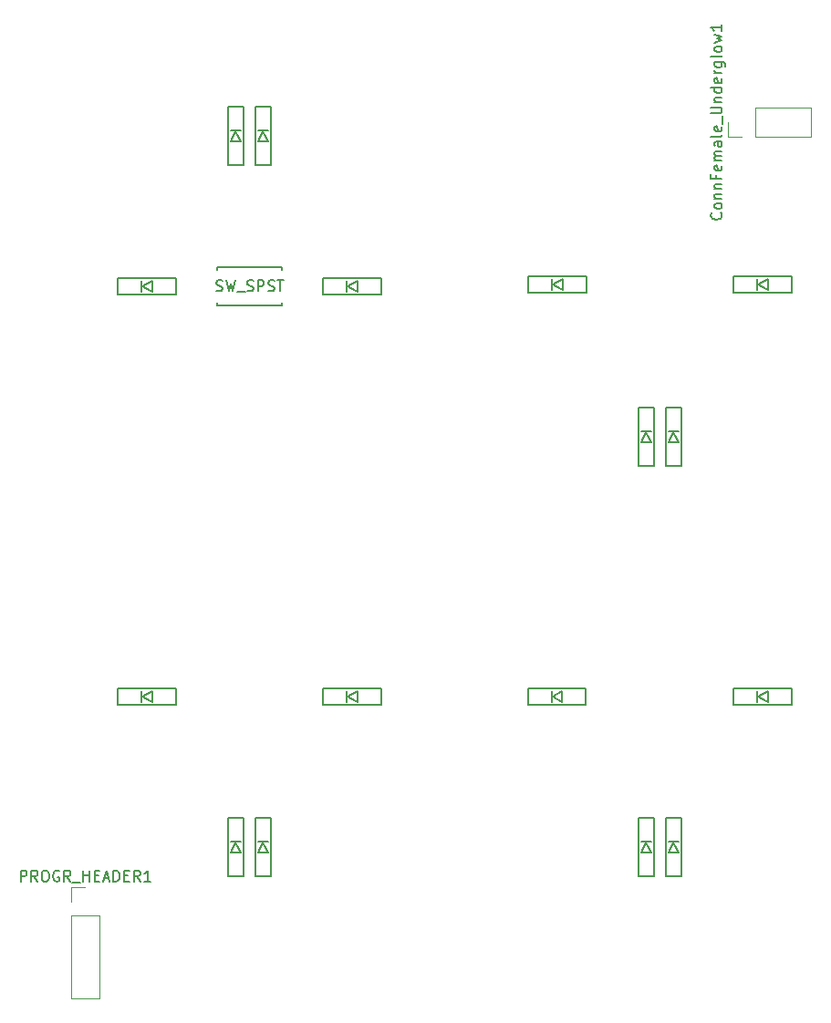
<source format=gbr>
G04 #@! TF.GenerationSoftware,KiCad,Pcbnew,(5.1.2)-2*
G04 #@! TF.CreationDate,2020-01-01T19:17:51+08:00*
G04 #@! TF.ProjectId,redox-receiver,7265646f-782d-4726-9563-65697665722e,rev?*
G04 #@! TF.SameCoordinates,Original*
G04 #@! TF.FileFunction,Legend,Top*
G04 #@! TF.FilePolarity,Positive*
%FSLAX46Y46*%
G04 Gerber Fmt 4.6, Leading zero omitted, Abs format (unit mm)*
G04 Created by KiCad (PCBNEW (5.1.2)-2) date 2020-01-01 19:17:51*
%MOMM*%
%LPD*%
G04 APERTURE LIST*
%ADD10C,0.150000*%
%ADD11C,0.120000*%
G04 APERTURE END LIST*
D10*
X98250000Y-76990000D02*
X92250000Y-76990000D01*
X92250000Y-76990000D02*
X92250000Y-77240000D01*
X98250000Y-76990000D02*
X98250000Y-77240000D01*
X98250000Y-80490000D02*
X98250000Y-80240000D01*
X98250000Y-80490000D02*
X92250000Y-80490000D01*
X92250000Y-80490000D02*
X92250000Y-80240000D01*
D11*
X139640000Y-64830000D02*
X139640000Y-63500000D01*
X140970000Y-64830000D02*
X139640000Y-64830000D01*
X142240000Y-64830000D02*
X142240000Y-62170000D01*
X142240000Y-62170000D02*
X147380000Y-62170000D01*
X142240000Y-64830000D02*
X147380000Y-64830000D01*
X147380000Y-64830000D02*
X147380000Y-62170000D01*
X78680000Y-134560000D02*
X80010000Y-134560000D01*
X78680000Y-135890000D02*
X78680000Y-134560000D01*
X78680000Y-137160000D02*
X81340000Y-137160000D01*
X81340000Y-137160000D02*
X81340000Y-144840000D01*
X78680000Y-137160000D02*
X78680000Y-144840000D01*
X78680000Y-144840000D02*
X81340000Y-144840000D01*
D10*
X133870000Y-128110000D02*
X133870000Y-133510000D01*
X135370000Y-133510000D02*
X135370000Y-128110000D01*
X135370000Y-128110000D02*
X133870000Y-128110000D01*
X135370000Y-133510000D02*
X133870000Y-133510000D01*
X135120000Y-131310000D02*
X134120000Y-131310000D01*
X134120000Y-131310000D02*
X134620000Y-130410000D01*
X134620000Y-130410000D02*
X135120000Y-131310000D01*
X135120000Y-130310000D02*
X134120000Y-130310000D01*
X131330000Y-128110000D02*
X131330000Y-133510000D01*
X132830000Y-133510000D02*
X132830000Y-128110000D01*
X132830000Y-128110000D02*
X131330000Y-128110000D01*
X132830000Y-133510000D02*
X131330000Y-133510000D01*
X132580000Y-131310000D02*
X131580000Y-131310000D01*
X131580000Y-131310000D02*
X132080000Y-130410000D01*
X132080000Y-130410000D02*
X132580000Y-131310000D01*
X132580000Y-130310000D02*
X131580000Y-130310000D01*
X95770000Y-128110000D02*
X95770000Y-133510000D01*
X97270000Y-133510000D02*
X97270000Y-128110000D01*
X97270000Y-128110000D02*
X95770000Y-128110000D01*
X97270000Y-133510000D02*
X95770000Y-133510000D01*
X97020000Y-131310000D02*
X96020000Y-131310000D01*
X96020000Y-131310000D02*
X96520000Y-130410000D01*
X96520000Y-130410000D02*
X97020000Y-131310000D01*
X97020000Y-130310000D02*
X96020000Y-130310000D01*
X93230000Y-128110000D02*
X93230000Y-133510000D01*
X94730000Y-133510000D02*
X94730000Y-128110000D01*
X94730000Y-128110000D02*
X93230000Y-128110000D01*
X94730000Y-133510000D02*
X93230000Y-133510000D01*
X94480000Y-131310000D02*
X93480000Y-131310000D01*
X93480000Y-131310000D02*
X93980000Y-130410000D01*
X93980000Y-130410000D02*
X94480000Y-131310000D01*
X94480000Y-130310000D02*
X93480000Y-130310000D01*
X140175000Y-117590000D02*
X145575000Y-117590000D01*
X145575000Y-116090000D02*
X140175000Y-116090000D01*
X140175000Y-116090000D02*
X140175000Y-117590000D01*
X145575000Y-116090000D02*
X145575000Y-117590000D01*
X143375000Y-116340000D02*
X143375000Y-117340000D01*
X143375000Y-117340000D02*
X142475000Y-116840000D01*
X142475000Y-116840000D02*
X143375000Y-116340000D01*
X142375000Y-116340000D02*
X142375000Y-117340000D01*
X121092000Y-117590000D02*
X126492000Y-117590000D01*
X126492000Y-116090000D02*
X121092000Y-116090000D01*
X121092000Y-116090000D02*
X121092000Y-117590000D01*
X126492000Y-116090000D02*
X126492000Y-117590000D01*
X124292000Y-116340000D02*
X124292000Y-117340000D01*
X124292000Y-117340000D02*
X123392000Y-116840000D01*
X123392000Y-116840000D02*
X124292000Y-116340000D01*
X123292000Y-116340000D02*
X123292000Y-117340000D01*
X102075000Y-117590000D02*
X107475000Y-117590000D01*
X107475000Y-116090000D02*
X102075000Y-116090000D01*
X102075000Y-116090000D02*
X102075000Y-117590000D01*
X107475000Y-116090000D02*
X107475000Y-117590000D01*
X105275000Y-116340000D02*
X105275000Y-117340000D01*
X105275000Y-117340000D02*
X104375000Y-116840000D01*
X104375000Y-116840000D02*
X105275000Y-116340000D01*
X104275000Y-116340000D02*
X104275000Y-117340000D01*
X83025000Y-117590000D02*
X88425000Y-117590000D01*
X88425000Y-116090000D02*
X83025000Y-116090000D01*
X83025000Y-116090000D02*
X83025000Y-117590000D01*
X88425000Y-116090000D02*
X88425000Y-117590000D01*
X86225000Y-116340000D02*
X86225000Y-117340000D01*
X86225000Y-117340000D02*
X85325000Y-116840000D01*
X85325000Y-116840000D02*
X86225000Y-116340000D01*
X85225000Y-116340000D02*
X85225000Y-117340000D01*
X133870000Y-90010000D02*
X133870000Y-95410000D01*
X135370000Y-95410000D02*
X135370000Y-90010000D01*
X135370000Y-90010000D02*
X133870000Y-90010000D01*
X135370000Y-95410000D02*
X133870000Y-95410000D01*
X135120000Y-93210000D02*
X134120000Y-93210000D01*
X134120000Y-93210000D02*
X134620000Y-92310000D01*
X134620000Y-92310000D02*
X135120000Y-93210000D01*
X135120000Y-92210000D02*
X134120000Y-92210000D01*
X131330000Y-90010000D02*
X131330000Y-95410000D01*
X132830000Y-95410000D02*
X132830000Y-90010000D01*
X132830000Y-90010000D02*
X131330000Y-90010000D01*
X132830000Y-95410000D02*
X131330000Y-95410000D01*
X132580000Y-93210000D02*
X131580000Y-93210000D01*
X131580000Y-93210000D02*
X132080000Y-92310000D01*
X132080000Y-92310000D02*
X132580000Y-93210000D01*
X132580000Y-92210000D02*
X131580000Y-92210000D01*
X102075000Y-79490000D02*
X107475000Y-79490000D01*
X107475000Y-77990000D02*
X102075000Y-77990000D01*
X102075000Y-77990000D02*
X102075000Y-79490000D01*
X107475000Y-77990000D02*
X107475000Y-79490000D01*
X105275000Y-78240000D02*
X105275000Y-79240000D01*
X105275000Y-79240000D02*
X104375000Y-78740000D01*
X104375000Y-78740000D02*
X105275000Y-78240000D01*
X104275000Y-78240000D02*
X104275000Y-79240000D01*
X83025000Y-79490000D02*
X88425000Y-79490000D01*
X88425000Y-77990000D02*
X83025000Y-77990000D01*
X83025000Y-77990000D02*
X83025000Y-79490000D01*
X88425000Y-77990000D02*
X88425000Y-79490000D01*
X86225000Y-78240000D02*
X86225000Y-79240000D01*
X86225000Y-79240000D02*
X85325000Y-78740000D01*
X85325000Y-78740000D02*
X86225000Y-78240000D01*
X85225000Y-78240000D02*
X85225000Y-79240000D01*
X140175000Y-79331200D02*
X145575000Y-79331200D01*
X145575000Y-77831200D02*
X140175000Y-77831200D01*
X140175000Y-77831200D02*
X140175000Y-79331200D01*
X145575000Y-77831200D02*
X145575000Y-79331200D01*
X143375000Y-78081200D02*
X143375000Y-79081200D01*
X143375000Y-79081200D02*
X142475000Y-78581200D01*
X142475000Y-78581200D02*
X143375000Y-78081200D01*
X142375000Y-78081200D02*
X142375000Y-79081200D01*
X121125000Y-79331200D02*
X126525000Y-79331200D01*
X126525000Y-77831200D02*
X121125000Y-77831200D01*
X121125000Y-77831200D02*
X121125000Y-79331200D01*
X126525000Y-77831200D02*
X126525000Y-79331200D01*
X124325000Y-78081200D02*
X124325000Y-79081200D01*
X124325000Y-79081200D02*
X123425000Y-78581200D01*
X123425000Y-78581200D02*
X124325000Y-78081200D01*
X123325000Y-78081200D02*
X123325000Y-79081200D01*
X95770000Y-62070000D02*
X95770000Y-67470000D01*
X97270000Y-67470000D02*
X97270000Y-62070000D01*
X97270000Y-62070000D02*
X95770000Y-62070000D01*
X97270000Y-67470000D02*
X95770000Y-67470000D01*
X97020000Y-65270000D02*
X96020000Y-65270000D01*
X96020000Y-65270000D02*
X96520000Y-64370000D01*
X96520000Y-64370000D02*
X97020000Y-65270000D01*
X97020000Y-64270000D02*
X96020000Y-64270000D01*
X93230000Y-62070000D02*
X93230000Y-67470000D01*
X94730000Y-67470000D02*
X94730000Y-62070000D01*
X94730000Y-62070000D02*
X93230000Y-62070000D01*
X94730000Y-67470000D02*
X93230000Y-67470000D01*
X94480000Y-65270000D02*
X93480000Y-65270000D01*
X93480000Y-65270000D02*
X93980000Y-64370000D01*
X93980000Y-64370000D02*
X94480000Y-65270000D01*
X94480000Y-64270000D02*
X93480000Y-64270000D01*
X92178571Y-79144761D02*
X92321428Y-79192380D01*
X92559523Y-79192380D01*
X92654761Y-79144761D01*
X92702380Y-79097142D01*
X92750000Y-79001904D01*
X92750000Y-78906666D01*
X92702380Y-78811428D01*
X92654761Y-78763809D01*
X92559523Y-78716190D01*
X92369047Y-78668571D01*
X92273809Y-78620952D01*
X92226190Y-78573333D01*
X92178571Y-78478095D01*
X92178571Y-78382857D01*
X92226190Y-78287619D01*
X92273809Y-78240000D01*
X92369047Y-78192380D01*
X92607142Y-78192380D01*
X92750000Y-78240000D01*
X93083333Y-78192380D02*
X93321428Y-79192380D01*
X93511904Y-78478095D01*
X93702380Y-79192380D01*
X93940476Y-78192380D01*
X94083333Y-79287619D02*
X94845238Y-79287619D01*
X95035714Y-79144761D02*
X95178571Y-79192380D01*
X95416666Y-79192380D01*
X95511904Y-79144761D01*
X95559523Y-79097142D01*
X95607142Y-79001904D01*
X95607142Y-78906666D01*
X95559523Y-78811428D01*
X95511904Y-78763809D01*
X95416666Y-78716190D01*
X95226190Y-78668571D01*
X95130952Y-78620952D01*
X95083333Y-78573333D01*
X95035714Y-78478095D01*
X95035714Y-78382857D01*
X95083333Y-78287619D01*
X95130952Y-78240000D01*
X95226190Y-78192380D01*
X95464285Y-78192380D01*
X95607142Y-78240000D01*
X96035714Y-79192380D02*
X96035714Y-78192380D01*
X96416666Y-78192380D01*
X96511904Y-78240000D01*
X96559523Y-78287619D01*
X96607142Y-78382857D01*
X96607142Y-78525714D01*
X96559523Y-78620952D01*
X96511904Y-78668571D01*
X96416666Y-78716190D01*
X96035714Y-78716190D01*
X96988095Y-79144761D02*
X97130952Y-79192380D01*
X97369047Y-79192380D01*
X97464285Y-79144761D01*
X97511904Y-79097142D01*
X97559523Y-79001904D01*
X97559523Y-78906666D01*
X97511904Y-78811428D01*
X97464285Y-78763809D01*
X97369047Y-78716190D01*
X97178571Y-78668571D01*
X97083333Y-78620952D01*
X97035714Y-78573333D01*
X96988095Y-78478095D01*
X96988095Y-78382857D01*
X97035714Y-78287619D01*
X97083333Y-78240000D01*
X97178571Y-78192380D01*
X97416666Y-78192380D01*
X97559523Y-78240000D01*
X97845238Y-78192380D02*
X98416666Y-78192380D01*
X98130952Y-79192380D02*
X98130952Y-78192380D01*
X138997142Y-71928571D02*
X139044761Y-71976190D01*
X139092380Y-72119047D01*
X139092380Y-72214285D01*
X139044761Y-72357142D01*
X138949523Y-72452380D01*
X138854285Y-72500000D01*
X138663809Y-72547619D01*
X138520952Y-72547619D01*
X138330476Y-72500000D01*
X138235238Y-72452380D01*
X138140000Y-72357142D01*
X138092380Y-72214285D01*
X138092380Y-72119047D01*
X138140000Y-71976190D01*
X138187619Y-71928571D01*
X139092380Y-71357142D02*
X139044761Y-71452380D01*
X138997142Y-71500000D01*
X138901904Y-71547619D01*
X138616190Y-71547619D01*
X138520952Y-71500000D01*
X138473333Y-71452380D01*
X138425714Y-71357142D01*
X138425714Y-71214285D01*
X138473333Y-71119047D01*
X138520952Y-71071428D01*
X138616190Y-71023809D01*
X138901904Y-71023809D01*
X138997142Y-71071428D01*
X139044761Y-71119047D01*
X139092380Y-71214285D01*
X139092380Y-71357142D01*
X138425714Y-70595238D02*
X139092380Y-70595238D01*
X138520952Y-70595238D02*
X138473333Y-70547619D01*
X138425714Y-70452380D01*
X138425714Y-70309523D01*
X138473333Y-70214285D01*
X138568571Y-70166666D01*
X139092380Y-70166666D01*
X138425714Y-69690476D02*
X139092380Y-69690476D01*
X138520952Y-69690476D02*
X138473333Y-69642857D01*
X138425714Y-69547619D01*
X138425714Y-69404761D01*
X138473333Y-69309523D01*
X138568571Y-69261904D01*
X139092380Y-69261904D01*
X138568571Y-68452380D02*
X138568571Y-68785714D01*
X139092380Y-68785714D02*
X138092380Y-68785714D01*
X138092380Y-68309523D01*
X139044761Y-67547619D02*
X139092380Y-67642857D01*
X139092380Y-67833333D01*
X139044761Y-67928571D01*
X138949523Y-67976190D01*
X138568571Y-67976190D01*
X138473333Y-67928571D01*
X138425714Y-67833333D01*
X138425714Y-67642857D01*
X138473333Y-67547619D01*
X138568571Y-67500000D01*
X138663809Y-67500000D01*
X138759047Y-67976190D01*
X139092380Y-67071428D02*
X138425714Y-67071428D01*
X138520952Y-67071428D02*
X138473333Y-67023809D01*
X138425714Y-66928571D01*
X138425714Y-66785714D01*
X138473333Y-66690476D01*
X138568571Y-66642857D01*
X139092380Y-66642857D01*
X138568571Y-66642857D02*
X138473333Y-66595238D01*
X138425714Y-66500000D01*
X138425714Y-66357142D01*
X138473333Y-66261904D01*
X138568571Y-66214285D01*
X139092380Y-66214285D01*
X139092380Y-65309523D02*
X138568571Y-65309523D01*
X138473333Y-65357142D01*
X138425714Y-65452380D01*
X138425714Y-65642857D01*
X138473333Y-65738095D01*
X139044761Y-65309523D02*
X139092380Y-65404761D01*
X139092380Y-65642857D01*
X139044761Y-65738095D01*
X138949523Y-65785714D01*
X138854285Y-65785714D01*
X138759047Y-65738095D01*
X138711428Y-65642857D01*
X138711428Y-65404761D01*
X138663809Y-65309523D01*
X139092380Y-64690476D02*
X139044761Y-64785714D01*
X138949523Y-64833333D01*
X138092380Y-64833333D01*
X139044761Y-63928571D02*
X139092380Y-64023809D01*
X139092380Y-64214285D01*
X139044761Y-64309523D01*
X138949523Y-64357142D01*
X138568571Y-64357142D01*
X138473333Y-64309523D01*
X138425714Y-64214285D01*
X138425714Y-64023809D01*
X138473333Y-63928571D01*
X138568571Y-63880952D01*
X138663809Y-63880952D01*
X138759047Y-64357142D01*
X139187619Y-63690476D02*
X139187619Y-62928571D01*
X138092380Y-62690476D02*
X138901904Y-62690476D01*
X138997142Y-62642857D01*
X139044761Y-62595238D01*
X139092380Y-62500000D01*
X139092380Y-62309523D01*
X139044761Y-62214285D01*
X138997142Y-62166666D01*
X138901904Y-62119047D01*
X138092380Y-62119047D01*
X138425714Y-61642857D02*
X139092380Y-61642857D01*
X138520952Y-61642857D02*
X138473333Y-61595238D01*
X138425714Y-61500000D01*
X138425714Y-61357142D01*
X138473333Y-61261904D01*
X138568571Y-61214285D01*
X139092380Y-61214285D01*
X139092380Y-60309523D02*
X138092380Y-60309523D01*
X139044761Y-60309523D02*
X139092380Y-60404761D01*
X139092380Y-60595238D01*
X139044761Y-60690476D01*
X138997142Y-60738095D01*
X138901904Y-60785714D01*
X138616190Y-60785714D01*
X138520952Y-60738095D01*
X138473333Y-60690476D01*
X138425714Y-60595238D01*
X138425714Y-60404761D01*
X138473333Y-60309523D01*
X139044761Y-59452380D02*
X139092380Y-59547619D01*
X139092380Y-59738095D01*
X139044761Y-59833333D01*
X138949523Y-59880952D01*
X138568571Y-59880952D01*
X138473333Y-59833333D01*
X138425714Y-59738095D01*
X138425714Y-59547619D01*
X138473333Y-59452380D01*
X138568571Y-59404761D01*
X138663809Y-59404761D01*
X138759047Y-59880952D01*
X139092380Y-58976190D02*
X138425714Y-58976190D01*
X138616190Y-58976190D02*
X138520952Y-58928571D01*
X138473333Y-58880952D01*
X138425714Y-58785714D01*
X138425714Y-58690476D01*
X138425714Y-57928571D02*
X139235238Y-57928571D01*
X139330476Y-57976190D01*
X139378095Y-58023809D01*
X139425714Y-58119047D01*
X139425714Y-58261904D01*
X139378095Y-58357142D01*
X139044761Y-57928571D02*
X139092380Y-58023809D01*
X139092380Y-58214285D01*
X139044761Y-58309523D01*
X138997142Y-58357142D01*
X138901904Y-58404761D01*
X138616190Y-58404761D01*
X138520952Y-58357142D01*
X138473333Y-58309523D01*
X138425714Y-58214285D01*
X138425714Y-58023809D01*
X138473333Y-57928571D01*
X139092380Y-57309523D02*
X139044761Y-57404761D01*
X138949523Y-57452380D01*
X138092380Y-57452380D01*
X139092380Y-56785714D02*
X139044761Y-56880952D01*
X138997142Y-56928571D01*
X138901904Y-56976190D01*
X138616190Y-56976190D01*
X138520952Y-56928571D01*
X138473333Y-56880952D01*
X138425714Y-56785714D01*
X138425714Y-56642857D01*
X138473333Y-56547619D01*
X138520952Y-56500000D01*
X138616190Y-56452380D01*
X138901904Y-56452380D01*
X138997142Y-56500000D01*
X139044761Y-56547619D01*
X139092380Y-56642857D01*
X139092380Y-56785714D01*
X138425714Y-56119047D02*
X139092380Y-55928571D01*
X138616190Y-55738095D01*
X139092380Y-55547619D01*
X138425714Y-55357142D01*
X139092380Y-54452380D02*
X139092380Y-55023809D01*
X139092380Y-54738095D02*
X138092380Y-54738095D01*
X138235238Y-54833333D01*
X138330476Y-54928571D01*
X138378095Y-55023809D01*
X74010000Y-134012380D02*
X74010000Y-133012380D01*
X74390952Y-133012380D01*
X74486190Y-133060000D01*
X74533809Y-133107619D01*
X74581428Y-133202857D01*
X74581428Y-133345714D01*
X74533809Y-133440952D01*
X74486190Y-133488571D01*
X74390952Y-133536190D01*
X74010000Y-133536190D01*
X75581428Y-134012380D02*
X75248095Y-133536190D01*
X75010000Y-134012380D02*
X75010000Y-133012380D01*
X75390952Y-133012380D01*
X75486190Y-133060000D01*
X75533809Y-133107619D01*
X75581428Y-133202857D01*
X75581428Y-133345714D01*
X75533809Y-133440952D01*
X75486190Y-133488571D01*
X75390952Y-133536190D01*
X75010000Y-133536190D01*
X76200476Y-133012380D02*
X76390952Y-133012380D01*
X76486190Y-133060000D01*
X76581428Y-133155238D01*
X76629047Y-133345714D01*
X76629047Y-133679047D01*
X76581428Y-133869523D01*
X76486190Y-133964761D01*
X76390952Y-134012380D01*
X76200476Y-134012380D01*
X76105238Y-133964761D01*
X76010000Y-133869523D01*
X75962380Y-133679047D01*
X75962380Y-133345714D01*
X76010000Y-133155238D01*
X76105238Y-133060000D01*
X76200476Y-133012380D01*
X77581428Y-133060000D02*
X77486190Y-133012380D01*
X77343333Y-133012380D01*
X77200476Y-133060000D01*
X77105238Y-133155238D01*
X77057619Y-133250476D01*
X77010000Y-133440952D01*
X77010000Y-133583809D01*
X77057619Y-133774285D01*
X77105238Y-133869523D01*
X77200476Y-133964761D01*
X77343333Y-134012380D01*
X77438571Y-134012380D01*
X77581428Y-133964761D01*
X77629047Y-133917142D01*
X77629047Y-133583809D01*
X77438571Y-133583809D01*
X78629047Y-134012380D02*
X78295714Y-133536190D01*
X78057619Y-134012380D02*
X78057619Y-133012380D01*
X78438571Y-133012380D01*
X78533809Y-133060000D01*
X78581428Y-133107619D01*
X78629047Y-133202857D01*
X78629047Y-133345714D01*
X78581428Y-133440952D01*
X78533809Y-133488571D01*
X78438571Y-133536190D01*
X78057619Y-133536190D01*
X78819523Y-134107619D02*
X79581428Y-134107619D01*
X79819523Y-134012380D02*
X79819523Y-133012380D01*
X79819523Y-133488571D02*
X80390952Y-133488571D01*
X80390952Y-134012380D02*
X80390952Y-133012380D01*
X80867142Y-133488571D02*
X81200476Y-133488571D01*
X81343333Y-134012380D02*
X80867142Y-134012380D01*
X80867142Y-133012380D01*
X81343333Y-133012380D01*
X81724285Y-133726666D02*
X82200476Y-133726666D01*
X81629047Y-134012380D02*
X81962380Y-133012380D01*
X82295714Y-134012380D01*
X82629047Y-134012380D02*
X82629047Y-133012380D01*
X82867142Y-133012380D01*
X83010000Y-133060000D01*
X83105238Y-133155238D01*
X83152857Y-133250476D01*
X83200476Y-133440952D01*
X83200476Y-133583809D01*
X83152857Y-133774285D01*
X83105238Y-133869523D01*
X83010000Y-133964761D01*
X82867142Y-134012380D01*
X82629047Y-134012380D01*
X83629047Y-133488571D02*
X83962380Y-133488571D01*
X84105238Y-134012380D02*
X83629047Y-134012380D01*
X83629047Y-133012380D01*
X84105238Y-133012380D01*
X85105238Y-134012380D02*
X84771904Y-133536190D01*
X84533809Y-134012380D02*
X84533809Y-133012380D01*
X84914761Y-133012380D01*
X85010000Y-133060000D01*
X85057619Y-133107619D01*
X85105238Y-133202857D01*
X85105238Y-133345714D01*
X85057619Y-133440952D01*
X85010000Y-133488571D01*
X84914761Y-133536190D01*
X84533809Y-133536190D01*
X86057619Y-134012380D02*
X85486190Y-134012380D01*
X85771904Y-134012380D02*
X85771904Y-133012380D01*
X85676666Y-133155238D01*
X85581428Y-133250476D01*
X85486190Y-133298095D01*
M02*

</source>
